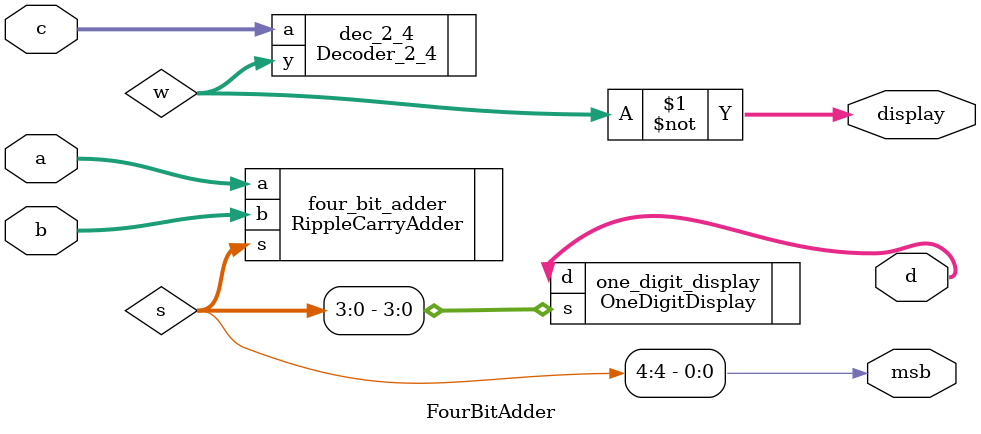
<source format=v>

module FourBitAdder(
    input [3:0] a, 
    input [3:0] b, 
    input [1:0] c,
    output [6:0] d, 
    output msb, 
    output [3:0] display
);
    wire [4:0] s;
    wire [3:0] w;

    assign msb = s[4];

    Decoder_2_4 dec_2_4(
        .a(c),
        .y(w)
    );

    assign display = ~w;

    RippleCarryAdder #(.BITS(4)) four_bit_adder(
                    .a(a),
                    .b(b),
                    .s(s)
                );
    
    OneDigitDisplay one_digit_display(
                    .d(d),
                    .s(s[3:0])
                );
endmodule

</source>
